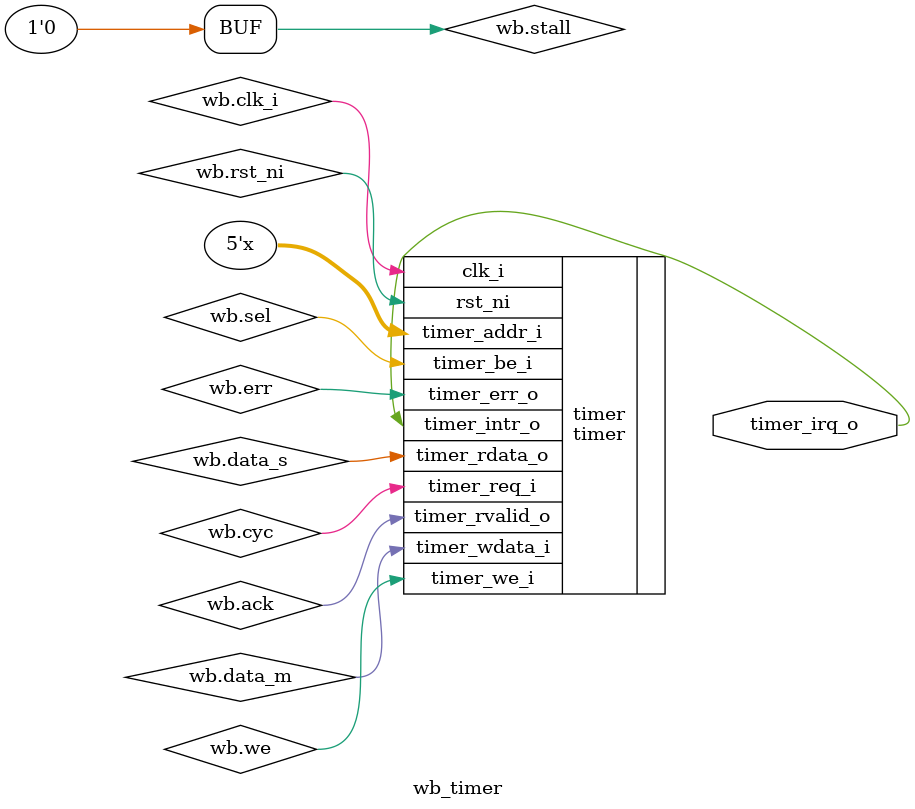
<source format=sv>
`timescale 1ns / 1ps


module wb_timer(
    output timer_irq_o,
    wishbone_if.slave wb
    );
    
    timer timer(
    .clk_i(wb.clk_i),
    .rst_ni(wb.rst_ni),
    .timer_req_i(wb.cyc),
    .timer_addr_i(wb.addr[7-1:2]),
    .timer_we_i(wb.we),
    .timer_be_i(wb.sel),
    .timer_wdata_i(wb.data_m),
    .timer_rvalid_o(wb.ack),
    .timer_rdata_o(wb.data_s),
    .timer_err_o(wb.err),
    .timer_intr_o(timer_irq_o)
    );
    
    assign wb.stall = 1'b0;
endmodule

</source>
